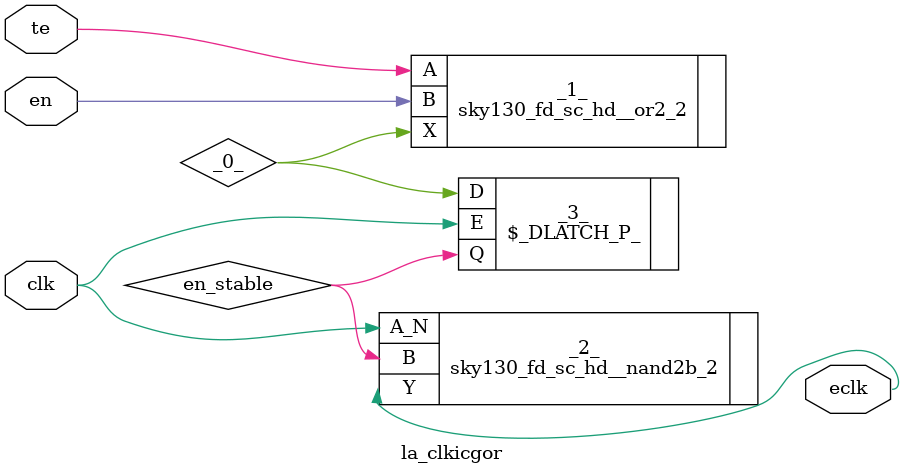
<source format=v>

module la_clkicgor(clk, te, en, eclk);
  wire _0_;
  input clk;
  output eclk;
  input en;
  wire en_stable;
  input te;
  sky130_fd_sc_hd__or2_2 _1_ (
    .A(te),
    .B(en),
    .X(_0_)
  );
  sky130_fd_sc_hd__nand2b_2 _2_ (
    .A_N(clk),
    .B(en_stable),
    .Y(eclk)
  );
  \$_DLATCH_P_  _3_ (
    .D(_0_),
    .E(clk),
    .Q(en_stable)
  );
endmodule

</source>
